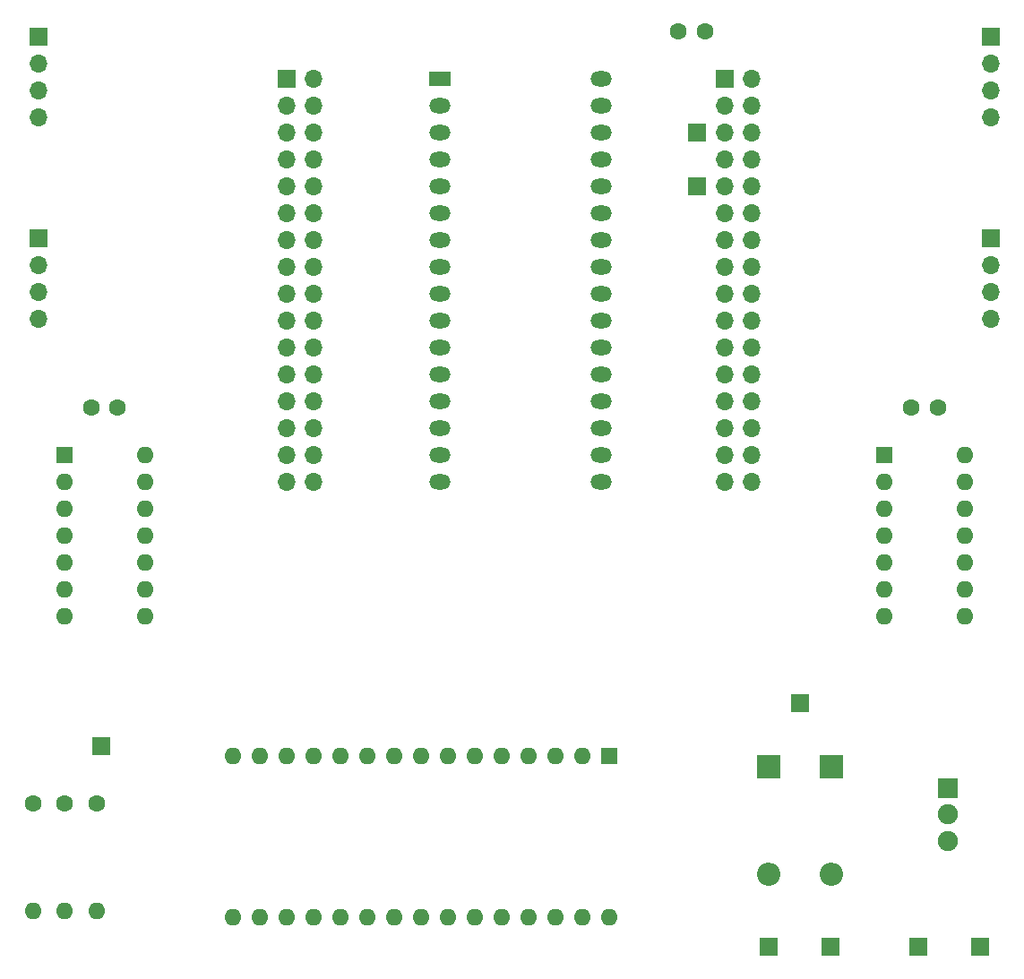
<source format=gts>
G04 #@! TF.GenerationSoftware,KiCad,Pcbnew,(5.1.9)-1*
G04 #@! TF.CreationDate,2022-11-18T16:49:04-05:00*
G04 #@! TF.ProjectId,TommyPROM32,546f6d6d-7950-4524-9f4d-33322e6b6963,rev?*
G04 #@! TF.SameCoordinates,Original*
G04 #@! TF.FileFunction,Soldermask,Top*
G04 #@! TF.FilePolarity,Negative*
%FSLAX46Y46*%
G04 Gerber Fmt 4.6, Leading zero omitted, Abs format (unit mm)*
G04 Created by KiCad (PCBNEW (5.1.9)-1) date 2022-11-18 16:49:04*
%MOMM*%
%LPD*%
G01*
G04 APERTURE LIST*
%ADD10R,1.700000X1.700000*%
%ADD11O,2.000000X1.440000*%
%ADD12R,2.000000X1.440000*%
%ADD13O,1.600000X1.600000*%
%ADD14R,1.600000X1.600000*%
%ADD15C,1.900000*%
%ADD16R,1.900000X1.900000*%
%ADD17C,1.600000*%
%ADD18O,1.700000X1.700000*%
%ADD19O,2.200000X2.200000*%
%ADD20R,2.200000X2.200000*%
G04 APERTURE END LIST*
D10*
X149000000Y-131000000D03*
D11*
X113240000Y-87100000D03*
X98000000Y-87100000D03*
X113240000Y-84560000D03*
X98000000Y-84560000D03*
X113240000Y-82020000D03*
X98000000Y-82020000D03*
X113240000Y-79480000D03*
X98000000Y-79480000D03*
X113240000Y-76940000D03*
X98000000Y-76940000D03*
X113240000Y-74400000D03*
X98000000Y-74400000D03*
X113240000Y-71860000D03*
X98000000Y-71860000D03*
X113240000Y-69320000D03*
X98000000Y-69320000D03*
X113240000Y-66780000D03*
X98000000Y-66780000D03*
X113240000Y-64240000D03*
X98000000Y-64240000D03*
X113240000Y-61700000D03*
X98000000Y-61700000D03*
X113240000Y-59160000D03*
X98000000Y-59160000D03*
X113240000Y-56620000D03*
X98000000Y-56620000D03*
X113240000Y-54080000D03*
X98000000Y-54080000D03*
X113240000Y-51540000D03*
X98000000Y-51540000D03*
X113240000Y-49000000D03*
D12*
X98000000Y-49000000D03*
D13*
X147620000Y-84500000D03*
X140000000Y-99740000D03*
X147620000Y-87040000D03*
X140000000Y-97200000D03*
X147620000Y-89580000D03*
X140000000Y-94660000D03*
X147620000Y-92120000D03*
X140000000Y-92120000D03*
X147620000Y-94660000D03*
X140000000Y-89580000D03*
X147620000Y-97200000D03*
X140000000Y-87040000D03*
X147620000Y-99740000D03*
D14*
X140000000Y-84500000D03*
D13*
X70120000Y-84500000D03*
X62500000Y-99740000D03*
X70120000Y-87040000D03*
X62500000Y-97200000D03*
X70120000Y-89580000D03*
X62500000Y-94660000D03*
X70120000Y-92120000D03*
X62500000Y-92120000D03*
X70120000Y-94660000D03*
X62500000Y-89580000D03*
X70120000Y-97200000D03*
X62500000Y-87040000D03*
X70120000Y-99740000D03*
D14*
X62500000Y-84500000D03*
D15*
X146000000Y-121000000D03*
X146000000Y-118500000D03*
D16*
X146000000Y-116000000D03*
D13*
X65500000Y-127660000D03*
D17*
X65500000Y-117500000D03*
D13*
X62500000Y-127660000D03*
D17*
X62500000Y-117500000D03*
D13*
X59500000Y-127660000D03*
D17*
X59500000Y-117500000D03*
D10*
X143149999Y-131000000D03*
X66000000Y-112000000D03*
X132000000Y-108000000D03*
D18*
X150000000Y-71620000D03*
X150000000Y-69080000D03*
X150000000Y-66540000D03*
D10*
X150000000Y-64000000D03*
D18*
X60000000Y-71620000D03*
X60000000Y-69080000D03*
X60000000Y-66540000D03*
D10*
X60000000Y-64000000D03*
D18*
X150000000Y-52620000D03*
X150000000Y-50080000D03*
X150000000Y-47540000D03*
D10*
X150000000Y-45000000D03*
D18*
X60000000Y-52620000D03*
X60000000Y-50080000D03*
X60000000Y-47540000D03*
D10*
X60000000Y-45000000D03*
X129000000Y-131000000D03*
X134850000Y-131000000D03*
X122300000Y-59160000D03*
X122300000Y-54080000D03*
D18*
X127390000Y-87100000D03*
X124850000Y-87100000D03*
X127390000Y-84560000D03*
X124850000Y-84560000D03*
X127390000Y-82020000D03*
X124850000Y-82020000D03*
X127390000Y-79480000D03*
X124850000Y-79480000D03*
X127390000Y-76940000D03*
X124850000Y-76940000D03*
X127390000Y-74400000D03*
X124850000Y-74400000D03*
X127390000Y-71860000D03*
X124850000Y-71860000D03*
X127390000Y-69320000D03*
X124850000Y-69320000D03*
X127390000Y-66780000D03*
X124850000Y-66780000D03*
X127390000Y-64240000D03*
X124850000Y-64240000D03*
X127390000Y-61700000D03*
X124850000Y-61700000D03*
X127390000Y-59160000D03*
X124850000Y-59160000D03*
X127390000Y-56620000D03*
X124850000Y-56620000D03*
X127390000Y-54080000D03*
X124850000Y-54080000D03*
X127390000Y-51540000D03*
X124850000Y-51540000D03*
X127390000Y-49000000D03*
D10*
X124850000Y-49000000D03*
D18*
X86040000Y-87100000D03*
X83500000Y-87100000D03*
X86040000Y-84560000D03*
X83500000Y-84560000D03*
X86040000Y-82020000D03*
X83500000Y-82020000D03*
X86040000Y-79480000D03*
X83500000Y-79480000D03*
X86040000Y-76940000D03*
X83500000Y-76940000D03*
X86040000Y-74400000D03*
X83500000Y-74400000D03*
X86040000Y-71860000D03*
X83500000Y-71860000D03*
X86040000Y-69320000D03*
X83500000Y-69320000D03*
X86040000Y-66780000D03*
X83500000Y-66780000D03*
X86040000Y-64240000D03*
X83500000Y-64240000D03*
X86040000Y-61700000D03*
X83500000Y-61700000D03*
X86040000Y-59160000D03*
X83500000Y-59160000D03*
X86040000Y-56620000D03*
X83500000Y-56620000D03*
X86040000Y-54080000D03*
X83500000Y-54080000D03*
X86040000Y-51540000D03*
X83500000Y-51540000D03*
X86040000Y-49000000D03*
D10*
X83500000Y-49000000D03*
D19*
X135000000Y-124160000D03*
D20*
X135000000Y-114000000D03*
D19*
X129000000Y-124160000D03*
D20*
X129000000Y-114000000D03*
D17*
X65000000Y-80000000D03*
X67500000Y-80000000D03*
X120500000Y-44500000D03*
X123000000Y-44500000D03*
X142500000Y-80000000D03*
X145000000Y-80000000D03*
D13*
X78440000Y-128240000D03*
X78440000Y-113000000D03*
X114000000Y-128240000D03*
X80980000Y-113000000D03*
X111460000Y-128240000D03*
X83520000Y-113000000D03*
X108920000Y-128240000D03*
X86060000Y-113000000D03*
X106380000Y-128240000D03*
X88600000Y-113000000D03*
X103840000Y-128240000D03*
X91140000Y-113000000D03*
X101300000Y-128240000D03*
X93680000Y-113000000D03*
X98760000Y-128240000D03*
X96220000Y-113000000D03*
X96220000Y-128240000D03*
X98760000Y-113000000D03*
X93680000Y-128240000D03*
X101300000Y-113000000D03*
X91140000Y-128240000D03*
X103840000Y-113000000D03*
X88600000Y-128240000D03*
X106380000Y-113000000D03*
X86060000Y-128240000D03*
X108920000Y-113000000D03*
X83520000Y-128240000D03*
X111460000Y-113000000D03*
X80980000Y-128240000D03*
D14*
X114000000Y-113000000D03*
M02*

</source>
